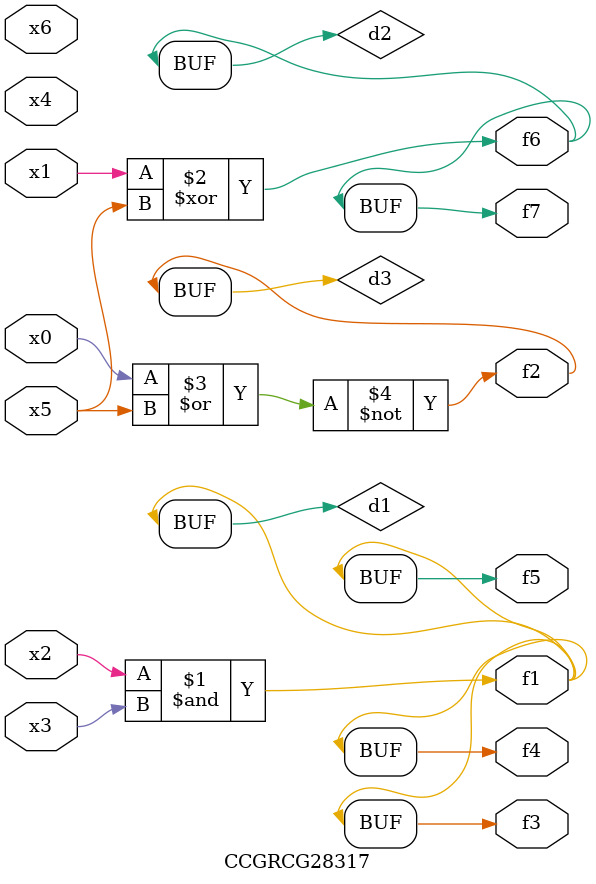
<source format=v>
module CCGRCG28317(
	input x0, x1, x2, x3, x4, x5, x6,
	output f1, f2, f3, f4, f5, f6, f7
);

	wire d1, d2, d3;

	and (d1, x2, x3);
	xor (d2, x1, x5);
	nor (d3, x0, x5);
	assign f1 = d1;
	assign f2 = d3;
	assign f3 = d1;
	assign f4 = d1;
	assign f5 = d1;
	assign f6 = d2;
	assign f7 = d2;
endmodule

</source>
